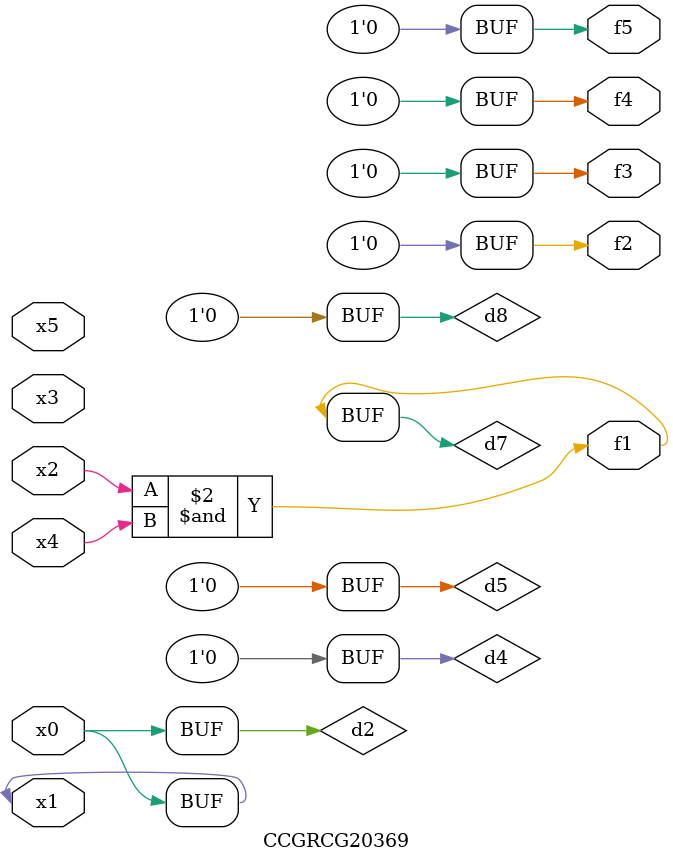
<source format=v>
module CCGRCG20369(
	input x0, x1, x2, x3, x4, x5,
	output f1, f2, f3, f4, f5
);

	wire d1, d2, d3, d4, d5, d6, d7, d8, d9;

	nand (d1, x1);
	buf (d2, x0, x1);
	nand (d3, x2, x4);
	and (d4, d1, d2);
	and (d5, d1, d2);
	nand (d6, d1, d3);
	not (d7, d3);
	xor (d8, d5);
	nor (d9, d5, d6);
	assign f1 = d7;
	assign f2 = d8;
	assign f3 = d8;
	assign f4 = d8;
	assign f5 = d8;
endmodule

</source>
